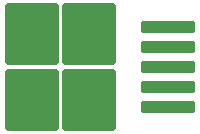
<source format=gbr>
%TF.GenerationSoftware,KiCad,Pcbnew,8.0.7*%
%TF.CreationDate,2025-06-16T00:37:15-04:00*%
%TF.ProjectId,controller,636f6e74-726f-46c6-9c65-722e6b696361,rev?*%
%TF.SameCoordinates,Original*%
%TF.FileFunction,Paste,Top*%
%TF.FilePolarity,Positive*%
%FSLAX46Y46*%
G04 Gerber Fmt 4.6, Leading zero omitted, Abs format (unit mm)*
G04 Created by KiCad (PCBNEW 8.0.7) date 2025-06-16 00:37:15*
%MOMM*%
%LPD*%
G01*
G04 APERTURE LIST*
G04 Aperture macros list*
%AMRoundRect*
0 Rectangle with rounded corners*
0 $1 Rounding radius*
0 $2 $3 $4 $5 $6 $7 $8 $9 X,Y pos of 4 corners*
0 Add a 4 corners polygon primitive as box body*
4,1,4,$2,$3,$4,$5,$6,$7,$8,$9,$2,$3,0*
0 Add four circle primitives for the rounded corners*
1,1,$1+$1,$2,$3*
1,1,$1+$1,$4,$5*
1,1,$1+$1,$6,$7*
1,1,$1+$1,$8,$9*
0 Add four rect primitives between the rounded corners*
20,1,$1+$1,$2,$3,$4,$5,0*
20,1,$1+$1,$4,$5,$6,$7,0*
20,1,$1+$1,$6,$7,$8,$9,0*
20,1,$1+$1,$8,$9,$2,$3,0*%
G04 Aperture macros list end*
%ADD10RoundRect,0.250000X2.050000X0.300000X-2.050000X0.300000X-2.050000X-0.300000X2.050000X-0.300000X0*%
%ADD11RoundRect,0.250000X2.025000X2.375000X-2.025000X2.375000X-2.025000X-2.375000X2.025000X-2.375000X0*%
G04 APERTURE END LIST*
D10*
%TO.C,U1*%
X150075000Y-97175000D03*
X150075000Y-95475000D03*
X150075000Y-93775000D03*
D11*
X143350000Y-96550000D03*
X143350000Y-91000000D03*
X138500000Y-96550000D03*
X138500000Y-91000000D03*
D10*
X150075000Y-92075000D03*
X150075000Y-90375000D03*
%TD*%
M02*

</source>
